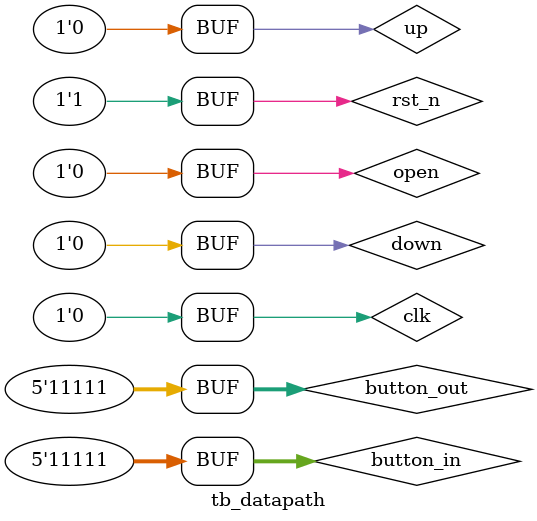
<source format=v>
module tb_datapath ();
    reg clk, rst_n;
    reg open;
    reg up, down;           // signal open from control module
    reg [4:0] button_out; // nut yeu cau di len/xuong ngoai thang may
    reg [4:0] button_in;  // nut chon tang ben trong thang may
    wire request_i;         // = 1 if has request at floor i (i is current floor)
    wire request_j_gt_i;    // = 1 if has request at floor j > i (i is current floor)
    wire request_j_lt_i;    // = 1 if has request at floor j < i (i is current floor)
    wire [4:0] i;

    datapath  #(.n(5)) duv
    (
        .clk(clk),
        .rst_n(rst_n),
        .open(open),
        .up(up),
        .down(down),
        .button_out(button_out),
        .button_in(button_in),
        .request_i(request_i),
        .request_j_gt_i(request_j_gt_i),
        .request_j_lt_i(request_j_lt_i),
        .i(i)
    );

    initial begin
        clk = 0;
        repeat(30) #10 clk = ~clk;
    end
    
    initial begin
        rst_n = 1;
        #10 rst_n = 0;
	    #20 rst_n = 1;
    end

    initial begin
        button_out = 5'b11111;
        button_in = 5'b11111;
        #50;
        button_out = 5'b11010;
        #20;
        button_out = 5'b11111;
    end

    // initial up, down
    initial begin
        up = 0;
        down = 0;
        #50;
        #80 up = 1;
        #40 up = 0;
    end

    // initial open
    initial begin
        open = 0;
        #70 open = 1;
        #20 open = 0;
        #80 open = 1;
        #20 open = 0;
    end
endmodule
</source>
